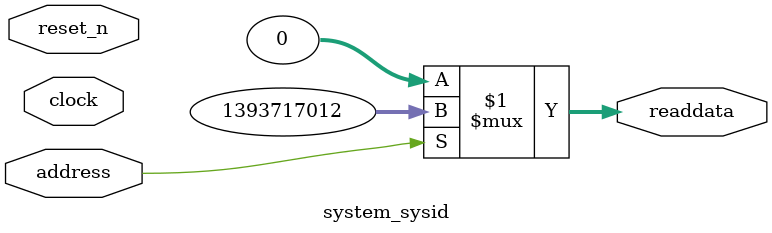
<source format=v>

`timescale 1ns / 1ps
// synthesis translate_on

// turn off superfluous verilog processor warnings 
// altera message_level Level1 
// altera message_off 10034 10035 10036 10037 10230 10240 10030 

module system_sysid (
               // inputs:
                address,
                clock,
                reset_n,

               // outputs:
                readdata
             )
;

  output  [ 31: 0] readdata;
  input            address;
  input            clock;
  input            reset_n;

  wire    [ 31: 0] readdata;
  //control_slave, which is an e_avalon_slave
  assign readdata = address ? 1393717012 : 0;

endmodule




</source>
